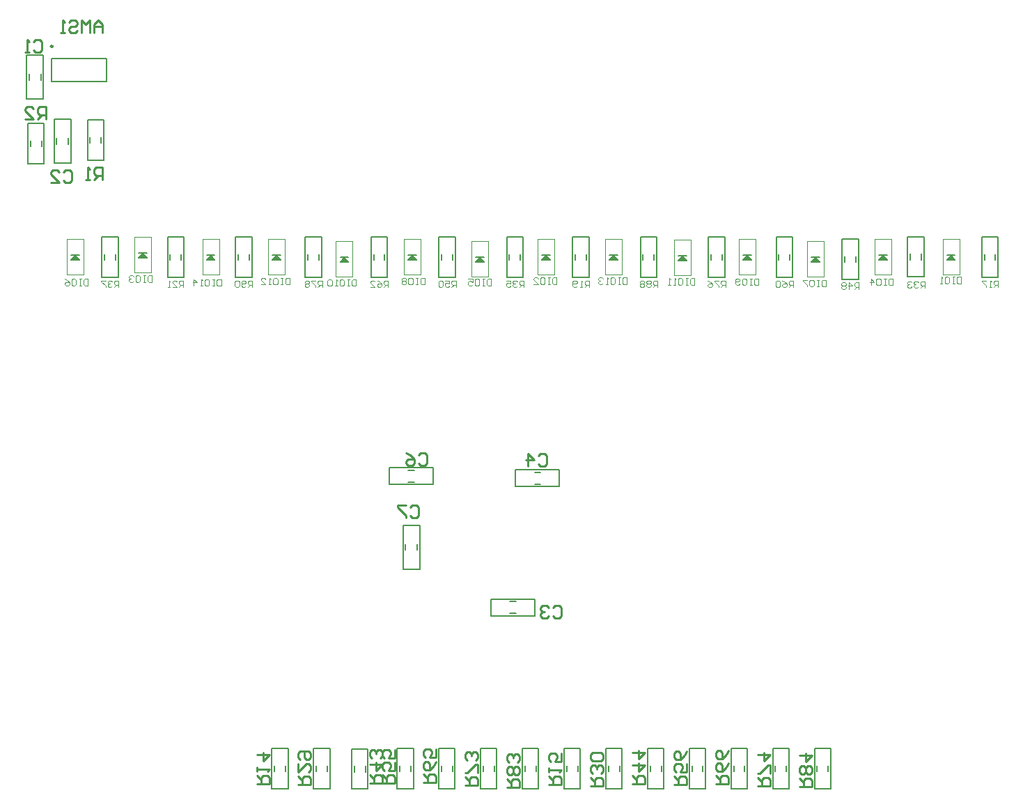
<source format=gbo>
G04*
G04 #@! TF.GenerationSoftware,Altium Limited,Altium Designer,21.3.2 (30)*
G04*
G04 Layer_Color=32896*
%FSTAX24Y24*%
%MOIN*%
G70*
G04*
G04 #@! TF.SameCoordinates,7032F62B-6258-4621-937C-C93DEBE01454*
G04*
G04*
G04 #@! TF.FilePolarity,Positive*
G04*
G01*
G75*
%ADD12C,0.0098*%
%ADD13C,0.0079*%
%ADD14C,0.0040*%
%ADD19C,0.0100*%
%ADD68C,0.0039*%
D12*
X01252Y045512D02*
G03*
X01252Y045512I-000049J0D01*
G01*
D13*
X015109Y043819D02*
Y044921D01*
X012471Y043819D02*
Y044921D01*
Y043819D02*
X015109D01*
X012471Y044921D02*
X015109D01*
X01258Y04203D02*
X01279D01*
X01258Y03993D02*
Y04203D01*
X01327Y04084D02*
Y04112D01*
X0127Y04084D02*
Y04112D01*
X01258Y03993D02*
X01338D01*
Y04203D01*
X01279D02*
X01338D01*
X01449Y041981D02*
X01496D01*
Y040061D02*
Y041981D01*
X01418Y040061D02*
X01496D01*
X01431Y040881D02*
Y041161D01*
X01484Y040881D02*
Y041161D01*
X01418Y040061D02*
Y041981D01*
X01449D01*
X01126Y04509D02*
X01147D01*
X01126Y04299D02*
Y04509D01*
X01195Y0439D02*
Y04418D01*
X01138Y0439D02*
Y04418D01*
X01126Y04299D02*
X01206D01*
Y04509D01*
X01147D02*
X01206D01*
X01163Y04183D02*
X0121D01*
Y03991D02*
Y04183D01*
X01132Y03991D02*
X0121D01*
X01145Y04073D02*
Y04101D01*
X01198Y04073D02*
Y04101D01*
X01132Y03991D02*
Y04183D01*
X01163D01*
X05344Y03449D02*
X05391D01*
X05344D02*
Y03641D01*
X05422D01*
X05409Y03531D02*
Y03559D01*
X05356Y03531D02*
Y03559D01*
X05422Y03449D02*
Y03641D01*
X05391Y03449D02*
X05422D01*
X023002Y011914D02*
X023312D01*
X023002Y009994D02*
Y011914D01*
X023662Y010814D02*
Y011094D01*
X023132Y010814D02*
Y011094D01*
X023002Y009994D02*
X023782D01*
Y011914D01*
X023312D02*
X023782D01*
X033498Y018262D02*
Y018472D01*
Y018262D02*
X035598D01*
X034408Y018952D02*
X034688D01*
X034408Y018382D02*
X034688D01*
X035598Y018262D02*
Y019062D01*
X033498D02*
X035598D01*
X033498Y018472D02*
Y019062D01*
X034676Y024455D02*
Y024665D01*
Y024455D02*
X036776D01*
X035586Y025145D02*
X035866D01*
X035586Y024575D02*
X035866D01*
X036776Y024455D02*
Y025255D01*
X034676D02*
X036776D01*
X034676Y024665D02*
Y025255D01*
X02949Y02261D02*
X03008D01*
Y02051D02*
Y02261D01*
X02928Y02051D02*
X03008D01*
X0294Y02142D02*
Y0217D01*
X02997Y02142D02*
Y0217D01*
X02928Y02051D02*
Y02261D01*
X02949D01*
X028632Y024553D02*
Y024763D01*
Y024553D02*
X030732D01*
X029542Y025243D02*
X029822D01*
X029542Y024673D02*
X029822D01*
X030732Y024553D02*
Y025353D01*
X028632D02*
X030732D01*
X028632Y024763D02*
Y025353D01*
X049287Y011914D02*
X049757D01*
Y009994D02*
Y011914D01*
X048977Y009994D02*
X049757D01*
X049107Y010814D02*
Y011094D01*
X049637Y010814D02*
Y011094D01*
X048977Y009994D02*
Y011914D01*
X049287D01*
X047289D02*
X047759D01*
Y009994D02*
Y011914D01*
X046979Y009994D02*
X047759D01*
X047109Y010814D02*
Y011094D01*
X047639Y010814D02*
Y011094D01*
X046979Y009994D02*
Y011914D01*
X047289D01*
X045291D02*
X045761D01*
Y009994D02*
Y011914D01*
X044981Y009994D02*
X045761D01*
X045111Y010814D02*
Y011094D01*
X045641Y010814D02*
Y011094D01*
X044981Y009994D02*
Y011914D01*
X045291D01*
X043293D02*
X043763D01*
Y009994D02*
Y011914D01*
X042983Y009994D02*
X043763D01*
X043113Y010814D02*
Y011094D01*
X043643Y010814D02*
Y011094D01*
X042983Y009994D02*
Y011914D01*
X043293D01*
X041295D02*
X041765D01*
Y009994D02*
Y011914D01*
X040985Y009994D02*
X041765D01*
X041115Y010814D02*
Y011094D01*
X041645Y010814D02*
Y011094D01*
X040985Y009994D02*
Y011914D01*
X041295D01*
X039297D02*
X039767D01*
Y009994D02*
Y011914D01*
X038987Y009994D02*
X039767D01*
X039117Y010814D02*
Y011094D01*
X039647Y010814D02*
Y011094D01*
X038987Y009994D02*
Y011914D01*
X039297D01*
X037299D02*
X037769D01*
Y009994D02*
Y011914D01*
X036989Y009994D02*
X037769D01*
X037119Y010814D02*
Y011094D01*
X037649Y010814D02*
Y011094D01*
X036989Y009994D02*
Y011914D01*
X037299D01*
X035301D02*
X035771D01*
Y009994D02*
Y011914D01*
X034991Y009994D02*
X035771D01*
X035121Y010814D02*
Y011094D01*
X035651Y010814D02*
Y011094D01*
X034991Y009994D02*
Y011914D01*
X035301D01*
X033303D02*
X033773D01*
Y009994D02*
Y011914D01*
X032993Y009994D02*
X033773D01*
X033123Y010814D02*
Y011094D01*
X033653Y010814D02*
Y011094D01*
X032993Y009994D02*
Y011914D01*
X033303D01*
X031305D02*
X031775D01*
Y009994D02*
Y011914D01*
X030995Y009994D02*
X031775D01*
X031125Y010814D02*
Y011094D01*
X031655Y010814D02*
Y011094D01*
X030995Y009994D02*
Y011914D01*
X031305D01*
X029307D02*
X029777D01*
Y009994D02*
Y011914D01*
X028997Y009994D02*
X029777D01*
X029127Y010814D02*
Y011094D01*
X029657Y010814D02*
Y011094D01*
X028997Y009994D02*
Y011914D01*
X029307D01*
X02714Y01191D02*
X02761D01*
Y00999D02*
Y01191D01*
X02683Y00999D02*
X02761D01*
X02696Y01081D02*
Y01109D01*
X02749Y01081D02*
Y01109D01*
X02683Y00999D02*
Y01191D01*
X02714D01*
X025311Y011914D02*
X025781D01*
Y009994D02*
Y011914D01*
X025001Y009994D02*
X025781D01*
X025131Y010814D02*
Y011094D01*
X025661Y010814D02*
Y011094D01*
X025001Y009994D02*
Y011914D01*
X025311D01*
X055453Y035396D02*
X055571D01*
X055315Y035298D02*
X055512Y035495D01*
X055709Y035298D01*
X055315D02*
X055709D01*
X055394Y035337D02*
X05563D01*
X055315Y035534D02*
X055709D01*
X052205Y035396D02*
X052323D01*
X052067Y035298D02*
X052264Y035495D01*
X052461Y035298D01*
X052067D02*
X052461D01*
X052146Y035337D02*
X052382D01*
X052067Y035534D02*
X052461D01*
X048957Y035298D02*
X049075D01*
X048819Y0352D02*
X049016Y035396D01*
X049213Y0352D01*
X048819D02*
X049213D01*
X048898Y035239D02*
X049134D01*
X048819Y035436D02*
X049213D01*
X045709Y035396D02*
X045827D01*
X045571Y035298D02*
X045768Y035495D01*
X045965Y035298D01*
X045571D02*
X045965D01*
X04565Y035337D02*
X045886D01*
X045571Y035534D02*
X045965D01*
X042602Y035365D02*
X04272D01*
X042465Y035266D02*
X042661Y035463D01*
X042858Y035266D01*
X042465D02*
X042858D01*
X042543Y035306D02*
X04278D01*
X042465Y035503D02*
X042858D01*
X039311Y035396D02*
X039429D01*
X039173Y035298D02*
X03937Y035495D01*
X039567Y035298D01*
X039173D02*
X039567D01*
X039252Y035337D02*
X039488D01*
X039173Y035534D02*
X039567D01*
X036063Y035396D02*
X036181D01*
X035925Y035298D02*
X036122Y035495D01*
X036319Y035298D01*
X035925D02*
X036319D01*
X036004Y035337D02*
X03624D01*
X035925Y035534D02*
X036319D01*
X032913Y035298D02*
X033031D01*
X032776Y0352D02*
X032972Y035396D01*
X033169Y0352D01*
X032776D02*
X033169D01*
X032854Y035239D02*
X033091D01*
X032776Y035436D02*
X033169D01*
X029665Y035396D02*
X029783D01*
X029528Y035298D02*
X029724Y035495D01*
X029921Y035298D01*
X029528D02*
X029921D01*
X029606Y035337D02*
X029843D01*
X029528Y035534D02*
X029921D01*
X026417Y035298D02*
X026535D01*
X02628Y0352D02*
X026476Y035396D01*
X026673Y0352D01*
X02628D02*
X026673D01*
X026358Y035239D02*
X026594D01*
X02628Y035436D02*
X026673D01*
X023169Y035396D02*
X023287D01*
X023031Y035298D02*
X023228Y035495D01*
X023425Y035298D01*
X023031D02*
X023425D01*
X02311Y035337D02*
X023346D01*
X023031Y035534D02*
X023425D01*
X02002Y035396D02*
X020138D01*
X019882Y035298D02*
X020079Y035495D01*
X020276Y035298D01*
X019882D02*
X020276D01*
X019961Y035337D02*
X020197D01*
X019882Y035534D02*
X020276D01*
X016772Y035495D02*
X01689D01*
X016634Y035396D02*
X016831Y035593D01*
X017028Y035396D01*
X016634D02*
X017028D01*
X016713Y035436D02*
X016949D01*
X016634Y035633D02*
X017028D01*
X014866Y034473D02*
X015336D01*
X014866D02*
Y036393D01*
X015646D01*
X015516Y035293D02*
Y035573D01*
X014986Y035293D02*
Y035573D01*
X015646Y034473D02*
Y036393D01*
X015336Y034473D02*
X015646D01*
X057462D02*
X057772D01*
Y036393D01*
X057112Y035293D02*
Y035573D01*
X057642Y035293D02*
Y035573D01*
X056992Y036393D02*
X057772D01*
X056992Y034473D02*
Y036393D01*
Y034473D02*
X057462D01*
X050769Y034375D02*
X051079D01*
Y036295D01*
X050419Y035195D02*
Y035475D01*
X050949Y035195D02*
Y035475D01*
X050299Y036295D02*
X051079D01*
X050299Y034375D02*
Y036295D01*
Y034375D02*
X050769D01*
X047149Y034473D02*
X047619D01*
X047149D02*
Y036393D01*
X047929D01*
X047799Y035293D02*
Y035573D01*
X047269Y035293D02*
Y035573D01*
X047929Y034473D02*
Y036393D01*
X047619Y034473D02*
X047929D01*
X043901D02*
X044371D01*
X043901D02*
Y036393D01*
X044681D01*
X044551Y035293D02*
Y035573D01*
X044021Y035293D02*
Y035573D01*
X044681Y034473D02*
Y036393D01*
X044371Y034473D02*
X044681D01*
X040653D02*
X041123D01*
X040653D02*
Y036393D01*
X041433D01*
X041303Y035293D02*
Y035573D01*
X040773Y035293D02*
Y035573D01*
X041433Y034473D02*
Y036393D01*
X041123Y034473D02*
X041433D01*
X037405D02*
X037875D01*
X037405D02*
Y036393D01*
X038185D01*
X038055Y035293D02*
Y035573D01*
X037525Y035293D02*
Y035573D01*
X038185Y034473D02*
Y036393D01*
X037875Y034473D02*
X038185D01*
X034256D02*
X034726D01*
X034256D02*
Y036393D01*
X035036D01*
X034906Y035293D02*
Y035573D01*
X034376Y035293D02*
Y035573D01*
X035036Y034473D02*
Y036393D01*
X034726Y034473D02*
X035036D01*
X031008D02*
X031478D01*
X031008D02*
Y036393D01*
X031788D01*
X031658Y035293D02*
Y035573D01*
X031128Y035293D02*
Y035573D01*
X031788Y034473D02*
Y036393D01*
X031478Y034473D02*
X031788D01*
X02776D02*
X02823D01*
X02776D02*
Y036393D01*
X02854D01*
X02841Y035293D02*
Y035573D01*
X02788Y035293D02*
Y035573D01*
X02854Y034473D02*
Y036393D01*
X02823Y034473D02*
X02854D01*
X02461D02*
X02508D01*
X02461D02*
Y036393D01*
X02539D01*
X02526Y035293D02*
Y035573D01*
X02473Y035293D02*
Y035573D01*
X02539Y034473D02*
Y036393D01*
X02508Y034473D02*
X02539D01*
X021264D02*
X021734D01*
X021264D02*
Y036393D01*
X022044D01*
X021914Y035293D02*
Y035573D01*
X021384Y035293D02*
Y035573D01*
X022044Y034473D02*
Y036393D01*
X021734Y034473D02*
X022044D01*
X018486D02*
X018796D01*
Y036393D01*
X018136Y035293D02*
Y035573D01*
X018666Y035293D02*
Y035573D01*
X018016Y036393D02*
X018796D01*
X018016Y034473D02*
Y036393D01*
Y034473D02*
X018486D01*
X013386Y035534D02*
X01378D01*
X013465Y035337D02*
X013701D01*
X013386Y035298D02*
X01378D01*
X013583Y035495D02*
X01378Y035298D01*
X013386D02*
X013583Y035495D01*
X013524Y035396D02*
X013642D01*
D14*
X055912Y034583D02*
Y036283D01*
X055112Y034583D02*
X055912D01*
X055112D02*
Y036283D01*
X055912D01*
X052664Y034583D02*
Y036283D01*
X051864Y034583D02*
X052664D01*
X051864D02*
Y036283D01*
X052664D01*
X049416Y034485D02*
Y036185D01*
X048616Y034485D02*
X049416D01*
X048616D02*
Y036185D01*
X049416D01*
X046168Y034583D02*
Y036283D01*
X045368Y034583D02*
X046168D01*
X045368D02*
Y036283D01*
X046168D01*
X043061Y034551D02*
Y036251D01*
X042261Y034551D02*
X043061D01*
X042261D02*
Y036251D01*
X043061D01*
X03977Y034583D02*
Y036283D01*
X03897Y034583D02*
X03977D01*
X03897D02*
Y036283D01*
X03977D01*
X036522Y034583D02*
Y036283D01*
X035722Y034583D02*
X036522D01*
X035722D02*
Y036283D01*
X036522D01*
X033372Y034485D02*
Y036185D01*
X032572Y034485D02*
X033372D01*
X032572D02*
Y036185D01*
X033372D01*
X030124Y034583D02*
Y036283D01*
X029324Y034583D02*
X030124D01*
X029324D02*
Y036283D01*
X030124D01*
X026876Y034485D02*
Y036185D01*
X026076Y034485D02*
X026876D01*
X026076D02*
Y036185D01*
X026876D01*
X023628Y034583D02*
Y036283D01*
X022828Y034583D02*
X023628D01*
X022828D02*
Y036283D01*
X023628D01*
X020479Y034583D02*
Y036283D01*
X019679Y034583D02*
X020479D01*
X019679D02*
Y036283D01*
X020479D01*
X017231Y034681D02*
Y036381D01*
X016431Y034681D02*
X017231D01*
X016431D02*
Y036381D01*
X017231D01*
X013183Y036283D02*
X013983D01*
X013183Y034583D02*
Y036283D01*
Y034583D02*
X013983D01*
Y036283D01*
D19*
X048257Y010095D02*
X048857D01*
Y010394D01*
X048757Y010494D01*
X048557D01*
X048457Y010394D01*
Y010095D01*
Y010294D02*
X048257Y010494D01*
X048757Y010694D02*
X048857Y010794D01*
Y010994D01*
X048757Y011094D01*
X048657D01*
X048557Y010994D01*
X048457Y011094D01*
X048357D01*
X048257Y010994D01*
Y010794D01*
X048357Y010694D01*
X048457D01*
X048557Y010794D01*
X048657Y010694D01*
X048757D01*
X048557Y010794D02*
Y010994D01*
X048257Y011594D02*
X048857D01*
X048557Y011294D01*
Y011694D01*
X034271Y010059D02*
X034871D01*
Y010359D01*
X034771Y010459D01*
X034571D01*
X034471Y010359D01*
Y010059D01*
Y010259D02*
X034271Y010459D01*
X034771Y010659D02*
X034871Y010759D01*
Y010959D01*
X034771Y011059D01*
X034671D01*
X034571Y010959D01*
X034471Y011059D01*
X034371D01*
X034271Y010959D01*
Y010759D01*
X034371Y010659D01*
X034471D01*
X034571Y010759D01*
X034671Y010659D01*
X034771D01*
X034571Y010759D02*
Y010959D01*
X034771Y011259D02*
X034871Y011359D01*
Y011559D01*
X034771Y011659D01*
X034671D01*
X034571Y011559D01*
Y011459D01*
Y011559D01*
X034471Y011659D01*
X034371D01*
X034271Y011559D01*
Y011359D01*
X034371Y011259D01*
X046259Y010134D02*
X046859D01*
Y010434D01*
X046759Y010534D01*
X046559D01*
X046459Y010434D01*
Y010134D01*
Y010334D02*
X046259Y010534D01*
X046859Y010734D02*
Y011133D01*
X046759D01*
X046359Y010734D01*
X046259D01*
Y011633D02*
X046859D01*
X046559Y011333D01*
Y011733D01*
X032263Y010158D02*
X032863D01*
Y010458D01*
X032763Y010558D01*
X032563D01*
X032463Y010458D01*
Y010158D01*
Y010358D02*
X032263Y010558D01*
X032863Y010758D02*
Y011158D01*
X032763D01*
X032363Y010758D01*
X032263D01*
X032763Y011358D02*
X032863Y011458D01*
Y011658D01*
X032763Y011758D01*
X032663D01*
X032563Y011658D01*
Y011558D01*
Y011658D01*
X032463Y011758D01*
X032363D01*
X032263Y011658D01*
Y011458D01*
X032363Y011358D01*
X044261Y010223D02*
X044861D01*
Y010523D01*
X044761Y010623D01*
X044561D01*
X044461Y010523D01*
Y010223D01*
Y010423D02*
X044261Y010623D01*
X044861Y011223D02*
X044761Y011023D01*
X044561Y010823D01*
X044361D01*
X044261Y010923D01*
Y011123D01*
X044361Y011223D01*
X044461D01*
X044561Y011123D01*
Y010823D01*
X044861Y011822D02*
X044761Y011623D01*
X044561Y011423D01*
X044361D01*
X044261Y011523D01*
Y011722D01*
X044361Y011822D01*
X044461D01*
X044561Y011722D01*
Y011423D01*
X030245Y010284D02*
X030845D01*
Y010584D01*
X030745Y010684D01*
X030545D01*
X030445Y010584D01*
Y010284D01*
Y010484D02*
X030245Y010684D01*
X030845Y011284D02*
X030745Y011084D01*
X030545Y010884D01*
X030345D01*
X030245Y010984D01*
Y011184D01*
X030345Y011284D01*
X030445D01*
X030545Y011184D01*
Y010884D01*
X030845Y011883D02*
Y011483D01*
X030545D01*
X030645Y011683D01*
Y011783D01*
X030545Y011883D01*
X030345D01*
X030245Y011783D01*
Y011583D01*
X030345Y011483D01*
X042273Y010194D02*
X042873D01*
Y010494D01*
X042773Y010594D01*
X042573D01*
X042473Y010494D01*
Y010194D01*
Y010394D02*
X042273Y010594D01*
X042873Y011194D02*
Y010794D01*
X042573D01*
X042673Y010994D01*
Y011094D01*
X042573Y011194D01*
X042373D01*
X042273Y011094D01*
Y010894D01*
X042373Y010794D01*
X042873Y011793D02*
X042773Y011593D01*
X042573Y011393D01*
X042373D01*
X042273Y011493D01*
Y011693D01*
X042373Y011793D01*
X042473D01*
X042573Y011693D01*
Y011393D01*
X028297Y010274D02*
X028897D01*
Y010574D01*
X028797Y010674D01*
X028597D01*
X028497Y010574D01*
Y010274D01*
Y010474D02*
X028297Y010674D01*
X028897Y011274D02*
Y010874D01*
X028597D01*
X028697Y011074D01*
Y011174D01*
X028597Y011274D01*
X028397D01*
X028297Y011174D01*
Y010974D01*
X028397Y010874D01*
X028897Y011873D02*
Y011473D01*
X028597D01*
X028697Y011673D01*
Y011773D01*
X028597Y011873D01*
X028397D01*
X028297Y011773D01*
Y011573D01*
X028397Y011473D01*
X040255Y010241D02*
X040855D01*
Y010541D01*
X040755Y010641D01*
X040555D01*
X040455Y010541D01*
Y010241D01*
Y010441D02*
X040255Y010641D01*
Y011141D02*
X040855D01*
X040555Y010841D01*
Y011241D01*
X040255Y011741D02*
X040855D01*
X040555Y011441D01*
Y011841D01*
X027708Y010249D02*
X028307D01*
Y010549D01*
X028207Y010649D01*
X028007D01*
X027907Y010549D01*
Y010249D01*
Y010449D02*
X027708Y010649D01*
Y011148D02*
X028307D01*
X028007Y010848D01*
Y011248D01*
X028207Y011448D02*
X028307Y011548D01*
Y011748D01*
X028207Y011848D01*
X028107D01*
X028007Y011748D01*
Y011648D01*
Y011748D01*
X027907Y011848D01*
X027807D01*
X027708Y011748D01*
Y011548D01*
X027807Y011448D01*
X038267Y010141D02*
X038867D01*
Y010441D01*
X038767Y010541D01*
X038567D01*
X038467Y010441D01*
Y010141D01*
Y010341D02*
X038267Y010541D01*
X038767Y01074D02*
X038867Y01084D01*
Y01104D01*
X038767Y01114D01*
X038667D01*
X038567Y01104D01*
Y01094D01*
Y01104D01*
X038467Y01114D01*
X038367D01*
X038267Y01104D01*
Y01084D01*
X038367Y01074D01*
X038767Y01134D02*
X038867Y01144D01*
Y01164D01*
X038767Y01174D01*
X038367D01*
X038267Y01164D01*
Y01144D01*
X038367Y01134D01*
X038767D01*
X024271Y010194D02*
X02487D01*
Y010494D01*
X02477Y010594D01*
X024571D01*
X024471Y010494D01*
Y010194D01*
Y010394D02*
X024271Y010594D01*
Y011194D02*
Y010794D01*
X02467Y011194D01*
X02477D01*
X02487Y011094D01*
Y010894D01*
X02477Y010794D01*
X024371Y011394D02*
X024271Y011494D01*
Y011694D01*
X024371Y011794D01*
X02477D01*
X02487Y011694D01*
Y011494D01*
X02477Y011394D01*
X02467D01*
X024571Y011494D01*
Y011794D01*
X036269Y010204D02*
X036869D01*
Y010504D01*
X036769Y010604D01*
X036569D01*
X036469Y010504D01*
Y010204D01*
Y010404D02*
X036269Y010604D01*
Y010804D02*
Y011004D01*
Y010904D01*
X036869D01*
X036769Y010804D01*
X036869Y011703D02*
Y011304D01*
X036569D01*
X036669Y011503D01*
Y011603D01*
X036569Y011703D01*
X036369D01*
X036269Y011603D01*
Y011403D01*
X036369Y011304D01*
X022283Y010234D02*
X022882D01*
Y010534D01*
X022782Y010634D01*
X022582D01*
X022482Y010534D01*
Y010234D01*
Y010434D02*
X022283Y010634D01*
Y010834D02*
Y011034D01*
Y010934D01*
X022882D01*
X022782Y010834D01*
X022283Y011633D02*
X022882D01*
X022582Y011334D01*
Y011733D01*
X01221Y04202D02*
Y04262D01*
X01191D01*
X01181Y04252D01*
Y04232D01*
X01191Y04222D01*
X01221D01*
X01201D02*
X01181Y04202D01*
X01121D02*
X01161D01*
X01121Y04242D01*
Y04252D01*
X01131Y04262D01*
X01151D01*
X01161Y04252D01*
X01491Y039131D02*
Y039731D01*
X01461D01*
X01451Y039631D01*
Y039431D01*
X01461Y039331D01*
X01491D01*
X01471D02*
X01451Y039131D01*
X01431D02*
X01411D01*
X01421D01*
Y039731D01*
X01431Y039631D01*
X02962Y02345D02*
X02972Y02355D01*
X02992D01*
X03002Y02345D01*
Y02305D01*
X02992Y02295D01*
X02972D01*
X02962Y02305D01*
X02942Y02355D02*
X02902D01*
Y02345D01*
X02942Y02305D01*
Y02295D01*
X030012Y025973D02*
X030112Y026073D01*
X030312D01*
X030412Y025973D01*
Y025573D01*
X030312Y025473D01*
X030112D01*
X030012Y025573D01*
X029412Y026073D02*
X029612Y025973D01*
X029812Y025773D01*
Y025573D01*
X029712Y025473D01*
X029512D01*
X029412Y025573D01*
Y025673D01*
X029512Y025773D01*
X029812D01*
X035746Y025925D02*
X035846Y026025D01*
X036045D01*
X036145Y025925D01*
Y025525D01*
X036045Y025425D01*
X035846D01*
X035746Y025525D01*
X035246Y025425D02*
Y026025D01*
X035546Y025725D01*
X035146D01*
X036468Y018652D02*
X036568Y018752D01*
X036768D01*
X036868Y018652D01*
Y018252D01*
X036768Y018152D01*
X036568D01*
X036468Y018252D01*
X036268Y018652D02*
X036168Y018752D01*
X035968D01*
X035868Y018652D01*
Y018552D01*
X035968Y018452D01*
X036068D01*
X035968D01*
X035868Y018352D01*
Y018252D01*
X035968Y018152D01*
X036168D01*
X036268Y018252D01*
X01302Y03949D02*
X01312Y03959D01*
X01332D01*
X01342Y03949D01*
Y03909D01*
X01332Y03899D01*
X01312D01*
X01302Y03909D01*
X01242Y03899D02*
X01282D01*
X01242Y03939D01*
Y03949D01*
X01252Y03959D01*
X01272D01*
X01282Y03949D01*
X01161Y04574D02*
X01171Y04584D01*
X01191D01*
X01201Y04574D01*
Y04534D01*
X01191Y04524D01*
X01171D01*
X01161Y04534D01*
X01141Y04524D02*
X01121D01*
X01131D01*
Y04584D01*
X01141Y04574D01*
X01491Y04615D02*
Y04655D01*
X01471Y04675D01*
X01451Y04655D01*
Y04615D01*
Y04645D01*
X01491D01*
X01431Y04615D02*
Y04675D01*
X01411Y04655D01*
X01391Y04675D01*
Y04615D01*
X01331Y04665D02*
X01341Y04675D01*
X01361D01*
X01371Y04665D01*
Y04655D01*
X01361Y04645D01*
X01341D01*
X01331Y04635D01*
Y04625D01*
X01341Y04615D01*
X01361D01*
X01371Y04625D01*
X01311Y04615D02*
X01291D01*
X01301D01*
Y04675D01*
X01311Y04665D01*
D68*
X022073Y033996D02*
Y034311D01*
X021916D01*
X021863Y034258D01*
Y034154D01*
X021916Y034101D01*
X022073D01*
X021968D02*
X021863Y033996D01*
X021758Y034049D02*
X021706Y033996D01*
X021601D01*
X021549Y034049D01*
Y034258D01*
X021601Y034311D01*
X021706D01*
X021758Y034258D01*
Y034206D01*
X021706Y034154D01*
X021549D01*
X021444Y034258D02*
X021391Y034311D01*
X021286D01*
X021234Y034258D01*
Y034049D01*
X021286Y033996D01*
X021391D01*
X021444Y034049D01*
Y034258D01*
X041463Y033996D02*
Y034311D01*
X041306D01*
X041253Y034258D01*
Y034154D01*
X041306Y034101D01*
X041463D01*
X041358D02*
X041253Y033996D01*
X041148Y034258D02*
X041096Y034311D01*
X040991D01*
X040938Y034258D01*
Y034206D01*
X040991Y034154D01*
X040938Y034101D01*
Y034049D01*
X040991Y033996D01*
X041096D01*
X041148Y034049D01*
Y034101D01*
X041096Y034154D01*
X041148Y034206D01*
Y034258D01*
X041096Y034154D02*
X040991D01*
X040833Y034258D02*
X040781Y034311D01*
X040676D01*
X040623Y034258D01*
Y034206D01*
X040676Y034154D01*
X040623Y034101D01*
Y034049D01*
X040676Y033996D01*
X040781D01*
X040833Y034049D01*
Y034101D01*
X040781Y034154D01*
X040833Y034206D01*
Y034258D01*
X040781Y034154D02*
X040676D01*
X02542Y033996D02*
Y034311D01*
X025262D01*
X02521Y034258D01*
Y034154D01*
X025262Y034101D01*
X02542D01*
X025315D02*
X02521Y033996D01*
X025105Y034311D02*
X024895D01*
Y034258D01*
X025105Y034049D01*
Y033996D01*
X02479Y034258D02*
X024738Y034311D01*
X024633D01*
X02458Y034258D01*
Y034206D01*
X024633Y034154D01*
X02458Y034101D01*
Y034049D01*
X024633Y033996D01*
X024738D01*
X02479Y034049D01*
Y034101D01*
X024738Y034154D01*
X02479Y034206D01*
Y034258D01*
X024738Y034154D02*
X024633D01*
X044711Y033996D02*
Y034311D01*
X044554D01*
X044501Y034258D01*
Y034154D01*
X044554Y034101D01*
X044711D01*
X044606D02*
X044501Y033996D01*
X044396Y034311D02*
X044186D01*
Y034258D01*
X044396Y034049D01*
Y033996D01*
X043872Y034311D02*
X043976Y034258D01*
X044081Y034154D01*
Y034049D01*
X044029Y033996D01*
X043924D01*
X043872Y034049D01*
Y034101D01*
X043924Y034154D01*
X044081D01*
X028569Y033996D02*
Y034311D01*
X028412D01*
X02836Y034258D01*
Y034154D01*
X028412Y034101D01*
X028569D01*
X028464D02*
X02836Y033996D01*
X028045Y034311D02*
X02815Y034258D01*
X028255Y034154D01*
Y034049D01*
X028202Y033996D01*
X028097D01*
X028045Y034049D01*
Y034101D01*
X028097Y034154D01*
X028255D01*
X02773Y033996D02*
X02794D01*
X02773Y034206D01*
Y034258D01*
X027782Y034311D01*
X027887D01*
X02794Y034258D01*
X047959Y033996D02*
Y034311D01*
X047802D01*
X047749Y034258D01*
Y034154D01*
X047802Y034101D01*
X047959D01*
X047854D02*
X047749Y033996D01*
X047434Y034311D02*
X047539Y034258D01*
X047644Y034154D01*
Y034049D01*
X047592Y033996D01*
X047487D01*
X047434Y034049D01*
Y034101D01*
X047487Y034154D01*
X047644D01*
X047329Y034258D02*
X047277Y034311D01*
X047172D01*
X04712Y034258D01*
Y034049D01*
X047172Y033996D01*
X047277D01*
X047329Y034049D01*
Y034258D01*
X031817Y033996D02*
Y034311D01*
X03166D01*
X031608Y034258D01*
Y034154D01*
X03166Y034101D01*
X031817D01*
X031713D02*
X031608Y033996D01*
X031293Y034311D02*
X031503D01*
Y034154D01*
X031398Y034206D01*
X031345D01*
X031293Y034154D01*
Y034049D01*
X031345Y033996D01*
X03145D01*
X031503Y034049D01*
X031188Y034258D02*
X031135Y034311D01*
X03103D01*
X030978Y034258D01*
Y034049D01*
X03103Y033996D01*
X031135D01*
X031188Y034049D01*
Y034258D01*
X051109Y033898D02*
Y034213D01*
X050951D01*
X050899Y03416D01*
Y034055D01*
X050951Y034003D01*
X051109D01*
X051004D02*
X050899Y033898D01*
X050637D02*
Y034213D01*
X050794Y034055D01*
X050584D01*
X050479Y03416D02*
X050427Y034213D01*
X050322D01*
X050269Y03416D01*
Y034108D01*
X050322Y034055D01*
X050269Y034003D01*
Y03395D01*
X050322Y033898D01*
X050427D01*
X050479Y03395D01*
Y034003D01*
X050427Y034055D01*
X050479Y034108D01*
Y03416D01*
X050427Y034055D02*
X050322D01*
X015676Y033996D02*
Y034311D01*
X015518D01*
X015466Y034258D01*
Y034154D01*
X015518Y034101D01*
X015676D01*
X015571D02*
X015466Y033996D01*
X015361Y034258D02*
X015308Y034311D01*
X015203D01*
X015151Y034258D01*
Y034206D01*
X015203Y034154D01*
X015256D01*
X015203D01*
X015151Y034101D01*
Y034049D01*
X015203Y033996D01*
X015308D01*
X015361Y034049D01*
X015046Y034311D02*
X014836D01*
Y034258D01*
X015046Y034049D01*
Y033996D01*
X035065D02*
Y034311D01*
X034908D01*
X034856Y034258D01*
Y034154D01*
X034908Y034101D01*
X035065D01*
X034961D02*
X034856Y033996D01*
X034751Y034258D02*
X034698Y034311D01*
X034593D01*
X034541Y034258D01*
Y034206D01*
X034593Y034154D01*
X034646D01*
X034593D01*
X034541Y034101D01*
Y034049D01*
X034593Y033996D01*
X034698D01*
X034751Y034049D01*
X034226Y034311D02*
X034436D01*
Y034154D01*
X034331Y034206D01*
X034278D01*
X034226Y034154D01*
Y034049D01*
X034278Y033996D01*
X034383D01*
X034436Y034049D01*
X05426Y033963D02*
Y034277D01*
X054102D01*
X05405Y034225D01*
Y03412D01*
X054102Y034068D01*
X05426D01*
X054155D02*
X05405Y033963D01*
X053945Y034225D02*
X053892Y034277D01*
X053788D01*
X053735Y034225D01*
Y034172D01*
X053788Y03412D01*
X05384D01*
X053788D01*
X053735Y034068D01*
Y034015D01*
X053788Y033963D01*
X053892D01*
X053945Y034015D01*
X05363Y034225D02*
X053578Y034277D01*
X053473D01*
X05342Y034225D01*
Y034172D01*
X053473Y03412D01*
X053525D01*
X053473D01*
X05342Y034068D01*
Y034015D01*
X053473Y033963D01*
X053578D01*
X05363Y034015D01*
X018773Y033996D02*
Y034311D01*
X018615D01*
X018563Y034258D01*
Y034154D01*
X018615Y034101D01*
X018773D01*
X018668D02*
X018563Y033996D01*
X018248D02*
X018458D01*
X018248Y034206D01*
Y034258D01*
X018301Y034311D01*
X018406D01*
X018458Y034258D01*
X018143Y033996D02*
X018038D01*
X018091D01*
Y034311D01*
X018143Y034258D01*
X038189Y033996D02*
Y034311D01*
X038031D01*
X037979Y034258D01*
Y034154D01*
X038031Y034101D01*
X038189D01*
X038084D02*
X037979Y033996D01*
X037874D02*
X037769D01*
X037822D01*
Y034311D01*
X037874Y034258D01*
X037612Y034049D02*
X037559Y033996D01*
X037454D01*
X037402Y034049D01*
Y034258D01*
X037454Y034311D01*
X037559D01*
X037612Y034258D01*
Y034206D01*
X037559Y034154D01*
X037402D01*
X057775Y033996D02*
Y034311D01*
X057618D01*
X057566Y034258D01*
Y034154D01*
X057618Y034101D01*
X057775D01*
X057671D02*
X057566Y033996D01*
X057461D02*
X057356D01*
X057408D01*
Y034311D01*
X057461Y034258D01*
X057198Y034311D02*
X056988D01*
Y034258D01*
X057198Y034049D01*
Y033996D01*
X020581Y034371D02*
Y034056D01*
X020424D01*
X020371Y034108D01*
Y034318D01*
X020424Y034371D01*
X020581D01*
X020266D02*
X020161D01*
X020214D01*
Y034056D01*
X020266D01*
X020161D01*
X019846Y034371D02*
X019951D01*
X020004Y034318D01*
Y034108D01*
X019951Y034056D01*
X019846D01*
X019794Y034108D01*
Y034318D01*
X019846Y034371D01*
X019689Y034056D02*
X019584D01*
X019636D01*
Y034371D01*
X019689Y034318D01*
X019269Y034056D02*
Y034371D01*
X019426Y034213D01*
X019217D01*
X039999Y034451D02*
Y034136D01*
X039842D01*
X039789Y034188D01*
Y034398D01*
X039842Y034451D01*
X039999D01*
X039684D02*
X039579D01*
X039632D01*
Y034136D01*
X039684D01*
X039579D01*
X039264Y034451D02*
X039369D01*
X039422Y034398D01*
Y034188D01*
X039369Y034136D01*
X039264D01*
X039212Y034188D01*
Y034398D01*
X039264Y034451D01*
X039107Y034136D02*
X039002D01*
X039054D01*
Y034451D01*
X039107Y034398D01*
X038844D02*
X038792Y034451D01*
X038687D01*
X038635Y034398D01*
Y034346D01*
X038687Y034293D01*
X03874D01*
X038687D01*
X038635Y034241D01*
Y034188D01*
X038687Y034136D01*
X038792D01*
X038844Y034188D01*
X023854Y03443D02*
Y034116D01*
X023696D01*
X023644Y034168D01*
Y034378D01*
X023696Y03443D01*
X023854D01*
X023539D02*
X023434D01*
X023487D01*
Y034116D01*
X023539D01*
X023434D01*
X023119Y03443D02*
X023224D01*
X023277Y034378D01*
Y034168D01*
X023224Y034116D01*
X023119D01*
X023067Y034168D01*
Y034378D01*
X023119Y03443D01*
X022962Y034116D02*
X022857D01*
X022909D01*
Y03443D01*
X022962Y034378D01*
X022489Y034116D02*
X022699D01*
X022489Y034326D01*
Y034378D01*
X022542Y03443D01*
X022647D01*
X022699Y034378D01*
X043234Y034419D02*
Y034104D01*
X043077D01*
X043025Y034156D01*
Y034366D01*
X043077Y034419D01*
X043234D01*
X04292D02*
X042815D01*
X042867D01*
Y034104D01*
X04292D01*
X042815D01*
X0425Y034419D02*
X042605D01*
X042657Y034366D01*
Y034156D01*
X042605Y034104D01*
X0425D01*
X042447Y034156D01*
Y034366D01*
X0425Y034419D01*
X042342Y034104D02*
X042237D01*
X04229D01*
Y034419D01*
X042342Y034366D01*
X04208Y034104D02*
X041975D01*
X042028D01*
Y034419D01*
X04208Y034366D01*
X027039Y034362D02*
Y034047D01*
X026881D01*
X026829Y0341D01*
Y03431D01*
X026881Y034362D01*
X027039D01*
X026724D02*
X026619D01*
X026671D01*
Y034047D01*
X026724D01*
X026619D01*
X026304Y034362D02*
X026409D01*
X026461Y03431D01*
Y0341D01*
X026409Y034047D01*
X026304D01*
X026251Y0341D01*
Y03431D01*
X026304Y034362D01*
X026146Y034047D02*
X026042D01*
X026094D01*
Y034362D01*
X026146Y03431D01*
X025884D02*
X025832Y034362D01*
X025727D01*
X025674Y03431D01*
Y0341D01*
X025727Y034047D01*
X025832D01*
X025884Y0341D01*
Y03431D01*
X046299Y034411D02*
Y034096D01*
X046141D01*
X046089Y034148D01*
Y034358D01*
X046141Y034411D01*
X046299D01*
X045984D02*
X045879D01*
X045931D01*
Y034096D01*
X045984D01*
X045879D01*
X045564Y034411D02*
X045669D01*
X045721Y034358D01*
Y034148D01*
X045669Y034096D01*
X045564D01*
X045512Y034148D01*
Y034358D01*
X045564Y034411D01*
X045407Y034148D02*
X045354Y034096D01*
X045249D01*
X045197Y034148D01*
Y034358D01*
X045249Y034411D01*
X045354D01*
X045407Y034358D01*
Y034306D01*
X045354Y034253D01*
X045197D01*
X030322Y034441D02*
Y034126D01*
X030165D01*
X030112Y034178D01*
Y034388D01*
X030165Y034441D01*
X030322D01*
X030007D02*
X029902D01*
X029955D01*
Y034126D01*
X030007D01*
X029902D01*
X029587Y034441D02*
X029692D01*
X029745Y034388D01*
Y034178D01*
X029692Y034126D01*
X029587D01*
X029535Y034178D01*
Y034388D01*
X029587Y034441D01*
X02943Y034388D02*
X029378Y034441D01*
X029273D01*
X02922Y034388D01*
Y034336D01*
X029273Y034283D01*
X02922Y034231D01*
Y034178D01*
X029273Y034126D01*
X029378D01*
X02943Y034178D01*
Y034231D01*
X029378Y034283D01*
X02943Y034336D01*
Y034388D01*
X029378Y034283D02*
X029273D01*
X049523Y034342D02*
Y034027D01*
X049366D01*
X049314Y03408D01*
Y03429D01*
X049366Y034342D01*
X049523D01*
X049209D02*
X049104D01*
X049156D01*
Y034027D01*
X049209D01*
X049104D01*
X048789Y034342D02*
X048894D01*
X048946Y03429D01*
Y03408D01*
X048894Y034027D01*
X048789D01*
X048736Y03408D01*
Y03429D01*
X048789Y034342D01*
X048631D02*
X048421D01*
Y03429D01*
X048631Y03408D01*
Y034027D01*
X014204Y03439D02*
Y034076D01*
X014046D01*
X013994Y034128D01*
Y034338D01*
X014046Y03439D01*
X014204D01*
X013889D02*
X013784D01*
X013836D01*
Y034076D01*
X013889D01*
X013784D01*
X013469Y03439D02*
X013574D01*
X013626Y034338D01*
Y034128D01*
X013574Y034076D01*
X013469D01*
X013417Y034128D01*
Y034338D01*
X013469Y03439D01*
X013102D02*
X013207Y034338D01*
X013312Y034233D01*
Y034128D01*
X013259Y034076D01*
X013154D01*
X013102Y034128D01*
Y034181D01*
X013154Y034233D01*
X013312D01*
X033507Y034392D02*
Y034077D01*
X033349D01*
X033297Y03413D01*
Y03434D01*
X033349Y034392D01*
X033507D01*
X033192D02*
X033087D01*
X033139D01*
Y034077D01*
X033192D01*
X033087D01*
X032772Y034392D02*
X032877D01*
X03293Y03434D01*
Y03413D01*
X032877Y034077D01*
X032772D01*
X03272Y03413D01*
Y03434D01*
X032772Y034392D01*
X032405D02*
X032615D01*
Y034235D01*
X03251Y034287D01*
X032457D01*
X032405Y034235D01*
Y03413D01*
X032457Y034077D01*
X032562D01*
X032615Y03413D01*
X052728Y0344D02*
Y034086D01*
X052571D01*
X052518Y034138D01*
Y034348D01*
X052571Y0344D01*
X052728D01*
X052413D02*
X052308D01*
X052361D01*
Y034086D01*
X052413D01*
X052308D01*
X051993Y0344D02*
X052098D01*
X052151Y034348D01*
Y034138D01*
X052098Y034086D01*
X051993D01*
X051941Y034138D01*
Y034348D01*
X051993Y0344D01*
X051679Y034086D02*
Y0344D01*
X051836Y034243D01*
X051626D01*
X017272Y034559D02*
Y034244D01*
X017114D01*
X017062Y034297D01*
Y034506D01*
X017114Y034559D01*
X017272D01*
X016957D02*
X016852D01*
X016904D01*
Y034244D01*
X016957D01*
X016852D01*
X016537Y034559D02*
X016642D01*
X016694Y034506D01*
Y034297D01*
X016642Y034244D01*
X016537D01*
X016485Y034297D01*
Y034506D01*
X016537Y034559D01*
X01638Y034506D02*
X016327Y034559D01*
X016222D01*
X01617Y034506D01*
Y034454D01*
X016222Y034402D01*
X016275D01*
X016222D01*
X01617Y034349D01*
Y034297D01*
X016222Y034244D01*
X016327D01*
X01638Y034297D01*
X036643Y034451D02*
Y034136D01*
X036486D01*
X036433Y034188D01*
Y034398D01*
X036486Y034451D01*
X036643D01*
X036328D02*
X036223D01*
X036276D01*
Y034136D01*
X036328D01*
X036223D01*
X035908Y034451D02*
X036013D01*
X036066Y034398D01*
Y034188D01*
X036013Y034136D01*
X035908D01*
X035856Y034188D01*
Y034398D01*
X035908Y034451D01*
X035541Y034136D02*
X035751D01*
X035541Y034346D01*
Y034398D01*
X035594Y034451D01*
X035698D01*
X035751Y034398D01*
X056Y034481D02*
Y034166D01*
X055843D01*
X05579Y034218D01*
Y034428D01*
X055843Y034481D01*
X056D01*
X055685D02*
X055581D01*
X055633D01*
Y034166D01*
X055685D01*
X055581D01*
X055266Y034481D02*
X055371D01*
X055423Y034428D01*
Y034218D01*
X055371Y034166D01*
X055266D01*
X055213Y034218D01*
Y034428D01*
X055266Y034481D01*
X055108Y034166D02*
X055003D01*
X055056D01*
Y034481D01*
X055108Y034428D01*
M02*

</source>
